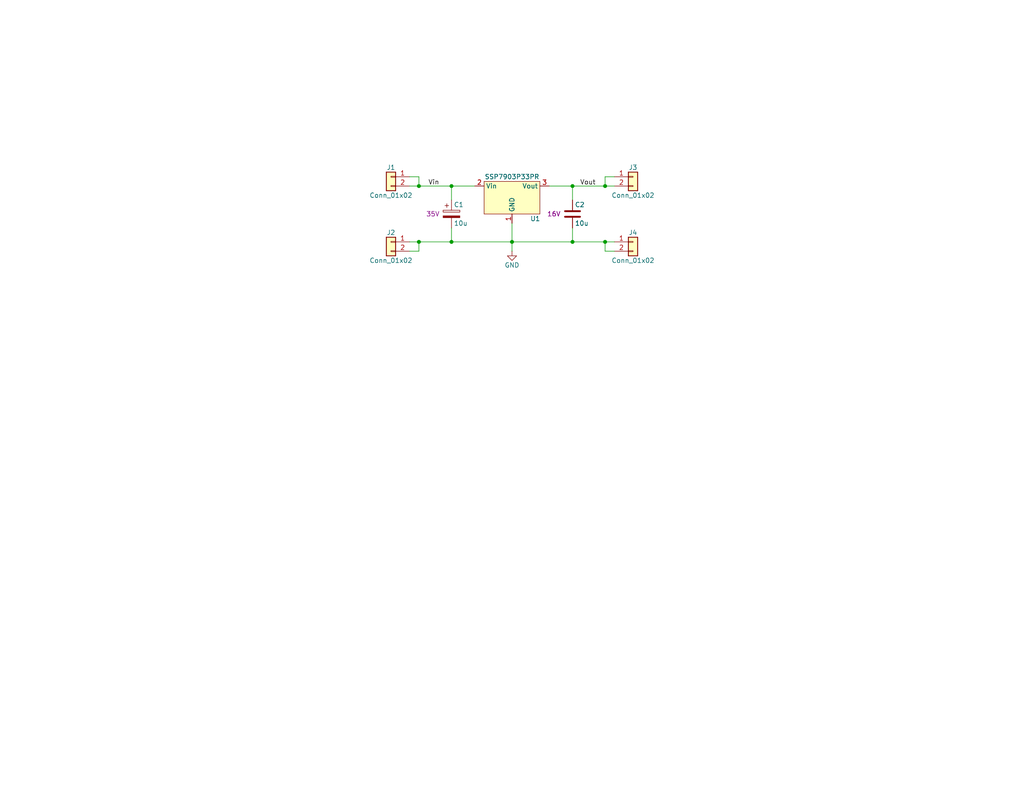
<source format=kicad_sch>
(kicad_sch (version 20250114) (generator "eeschema") (generator_version "9.0")
  (paper "A")
  (title_block (title "SSP7903 Test PCB") (date "2025-02-25") (company "Perry Leumas"))
  (lib_symbols
    (symbol "Connector_Generic:Conn_01x02" (pin_names (offset 1.016) (hide yes))
      (property "Reference" "J" (at 0 2.54 0))
      (property "Value" "Conn_01x02" (at 0 -5.08 0))
      (symbol "Conn_01x02_1_1"
        (rectangle (start -1.27 1.27) (end 1.27 -3.81) (stroke (width 0.254)) (fill (type background)))
        (rectangle (start -1.27 0.127) (end 0 -0.127) (stroke (width 0.1524)))
        (rectangle (start -1.27 -2.413) (end 0 -2.667) (stroke (width 0.1524)))
        (pin passive line (at -5.08 0 0) (length 3.81) (name "Pin_1") (number "1"))
        (pin passive line (at -5.08 -2.54 0) (length 3.81) (name "Pin_2") (number "2"))
      )
    )
    (symbol "Device:C" (pin_numbers (hide yes)) (pin_names (offset 0.254))
      (property "Reference" "C" (at 0.635 2.54 0))
      (property "Value" "C" (at 0.635 -2.54 0))
      (symbol "C_0_1"
        (polyline (pts (xy -2.032 0.762) (xy 2.032 0.762)) (stroke (width 0.508)))
        (polyline (pts (xy -2.032 -0.762) (xy 2.032 -0.762)) (stroke (width 0.508)))
      )
      (symbol "C_1_1"
        (pin passive line (at 0 3.81 270) (length 2.794) (name "~") (number "1"))
        (pin passive line (at 0 -3.81 90) (length 2.794) (name "~") (number "2"))
      )
    )
    (symbol "Device:C_Polarized" (pin_numbers (hide yes)) (pin_names (offset 0.254))
      (property "Reference" "C" (at 0.635 2.54 0))
      (property "Value" "C_Polarized" (at 0.635 -2.54 0))
      (symbol "C_Polarized_0_1"
        (rectangle (start -2.286 0.508) (end 2.286 1.016))
        (polyline (pts (xy -1.778 2.286) (xy -0.762 2.286)))
        (polyline (pts (xy -1.27 2.794) (xy -1.27 1.778)))
        (rectangle (start 2.286 -0.508) (end -2.286 -1.016) (fill (type outline)))
      )
      (symbol "C_Polarized_1_1"
        (pin passive line (at 0 3.81 270) (length 2.794) (name "~") (number "1"))
        (pin passive line (at 0 -3.81 90) (length 2.794) (name "~") (number "2"))
      )
    )
    (symbol "pl_LDO:SSP7903P33PR"
      (property "Reference" "U" (at 6.35 -8.89 0))
      (property "Value" "SSP7903P33PR" (at 0 2.54 0))
      (symbol "SSP7903P33PR_1_1"
        (rectangle (start -7.62 1.27) (end 7.62 -7.62) (fill (type background)))
        (pin power_in line (at -10.16 0 0) (length 2.54) (name "Vin") (number "2"))
        (pin power_in line (at 0 -10.16 90) (length 2.54) (name "GND") (number "1"))
        (pin power_out line (at 10.16 0 180) (length 2.54) (name "Vout") (number "3"))
      )
    )
    (symbol "power:GND" (power) (pin_numbers (hide yes)) (pin_names (offset 0) (hide yes))
      (property "Value" "GND" (at 0 -3.81 0))
      (symbol "GND_0_1"
        (polyline (pts (xy 0 0) (xy 0 -1.27) (xy 1.27 -1.27) (xy 0 -2.54) (xy -1.27 -1.27) (xy 0 -1.27)))
      )
      (symbol "GND_1_1"
        (pin power_in line (at 0 0 270) (length 0) (name "~") (number "1"))
      )
    )
  )
  (junction (at 114.3 50.8))
  (junction (at 165.1 50.8))
  (junction (at 139.7 66.04))
  (junction (at 156.21 66.04))
  (junction (at 114.3 66.04))
  (junction (at 123.19 50.8))
  (junction (at 156.21 50.8))
  (junction (at 165.1 66.04))
  (junction (at 123.19 66.04))
  (wire (pts (xy 114.3 66.04) (xy 123.19 66.04)))
  (wire (pts (xy 123.19 54.61) (xy 123.19 50.8)))
  (wire (pts (xy 114.3 50.8) (xy 123.19 50.8)))
  (wire (pts (xy 111.76 66.04) (xy 114.3 66.04)))
  (wire (pts (xy 114.3 50.8) (xy 111.76 50.8)))
  (wire (pts (xy 114.3 48.26) (xy 114.3 50.8)))
  (wire (pts (xy 167.64 50.8) (xy 165.1 50.8)))
  (wire (pts (xy 139.7 60.96) (xy 139.7 66.04)))
  (wire (pts (xy 139.7 66.04) (xy 139.7 68.58)))
  (wire (pts (xy 165.1 66.04) (xy 165.1 68.58)))
  (wire (pts (xy 165.1 48.26) (xy 167.64 48.26)))
  (wire (pts (xy 156.21 54.61) (xy 156.21 50.8)))
  (wire (pts (xy 156.21 50.8) (xy 165.1 50.8)))
  (wire (pts (xy 165.1 68.58) (xy 167.64 68.58)))
  (wire (pts (xy 123.19 66.04) (xy 139.7 66.04)))
  (wire (pts (xy 167.64 66.04) (xy 165.1 66.04)))
  (wire (pts (xy 165.1 50.8) (xy 165.1 48.26)))
  (wire (pts (xy 111.76 68.58) (xy 114.3 68.58)))
  (wire (pts (xy 123.19 62.23) (xy 123.19 66.04)))
  (wire (pts (xy 114.3 66.04) (xy 114.3 68.58)))
  (wire (pts (xy 139.7 66.04) (xy 156.21 66.04)))
  (wire (pts (xy 156.21 66.04) (xy 165.1 66.04)))
  (wire (pts (xy 156.21 62.23) (xy 156.21 66.04)))
  (wire (pts (xy 111.76 48.26) (xy 114.3 48.26)))
  (wire (pts (xy 156.21 50.8) (xy 149.86 50.8)))
  (wire (pts (xy 123.19 50.8) (xy 129.54 50.8)))
  (label "Vin" (at 116.84 50.8 0))
  (label "Vout" (at 162.56 50.8 180))
  (symbol (lib_id "Connector_Generic:Conn_01x02") (at 106.68 48.26 0) (mirror y) (unit 1)
    (property "Reference" "J1" (at 106.68 45.72 0))
    (property "Value" "Conn_01x02" (at 106.68 53.34 0))
    (property "Footprint" "Connector_PinHeader_2.54mm:PinHeader_1x02_P2.54mm_Vertical" (effects (hide yes)))
    (property "Description" "Generic connector, single row, 01x02, script generated (kicad-library-utils/schlib/autogen/connector/)" (effects (hide yes)))
  )
  (symbol (lib_id "Device:C") (at 156.21 58.42 0) (unit 1)
    (property "Reference" "C2" (at 156.845 55.88 0) (effects (justify left)))
    (property "Value" "10u" (at 156.845 60.96 0) (effects (justify left)))
    (property "Footprint" "Capacitor_SMD:C_1210_3225Metric_Pad1.33x2.70mm_HandSolder" (effects (hide yes)))
    (property "Description" "Unpolarized capacitor" (effects (hide yes)))
    (property "Voltage" "16V" (at 151.13 58.42 0))
  )
  (symbol (lib_id "Connector_Generic:Conn_01x02") (at 106.68 66.04 0) (mirror y) (unit 1)
    (property "Reference" "J2" (at 106.68 63.5 0))
    (property "Value" "Conn_01x02" (at 106.68 71.12 0))
    (property "Footprint" "Connector_PinHeader_2.54mm:PinHeader_1x02_P2.54mm_Vertical" (effects (hide yes)))
    (property "Description" "Generic connector, single row, 01x02, script generated (kicad-library-utils/schlib/autogen/connector/)" (effects (hide yes)))
  )
  (symbol (lib_id "power:GND") (at 139.7 68.58 0) (unit 1)
    (property "Reference" "#PWR01" (effects (hide yes)))
    (property "Value" "GND" (at 139.7 72.39 0))
    (property "Description" "Power symbol creates a global label with name \"GND\" , ground" (effects (hide yes)))
  )
  (symbol (lib_id "Device:C_Polarized") (at 123.19 58.42 0) (unit 1)
    (property "Reference" "C1" (at 123.825 55.88 0) (effects (justify left)))
    (property "Value" "10u" (at 123.825 60.96 0) (effects (justify left)))
    (property "Footprint" "Capacitor_THT:CP_Radial_D5.0mm_P2.00mm" (effects (hide yes)))
    (property "Description" "Polarized capacitor" (effects (hide yes)))
    (property "Voltage" "35V" (at 118.11 58.42 0))
  )
  (symbol (lib_id "Connector_Generic:Conn_01x02") (at 172.72 48.26 0) (unit 1)
    (property "Reference" "J3" (at 172.72 45.72 0))
    (property "Value" "Conn_01x02" (at 172.72 53.34 0))
    (property "Footprint" "Connector_PinHeader_2.54mm:PinHeader_1x02_P2.54mm_Vertical" (effects (hide yes)))
    (property "Description" "Generic connector, single row, 01x02, script generated (kicad-library-utils/schlib/autogen/connector/)" (effects (hide yes)))
  )
  (symbol (lib_id "Connector_Generic:Conn_01x02") (at 172.72 66.04 0) (unit 1)
    (property "Reference" "J4" (at 172.72 63.5 0))
    (property "Value" "Conn_01x02" (at 172.72 71.12 0))
    (property "Footprint" "Connector_PinHeader_2.54mm:PinHeader_1x02_P2.54mm_Vertical" (effects (hide yes)))
    (property "Description" "Generic connector, single row, 01x02, script generated (kicad-library-utils/schlib/autogen/connector/)" (effects (hide yes)))
  )
  (symbol (lib_id "pl_LDO:SSP7903P33PR") (at 139.7 50.8 0) (unit 1)
    (property "Reference" "U1" (at 146.05 59.69 0))
    (property "Value" "SSP7903P33PR" (at 139.7 48.26 0))
    (property "Footprint" "Package_TO_SOT_SMD:SOT-89-3" (effects (hide yes)))
  )
)
</source>
